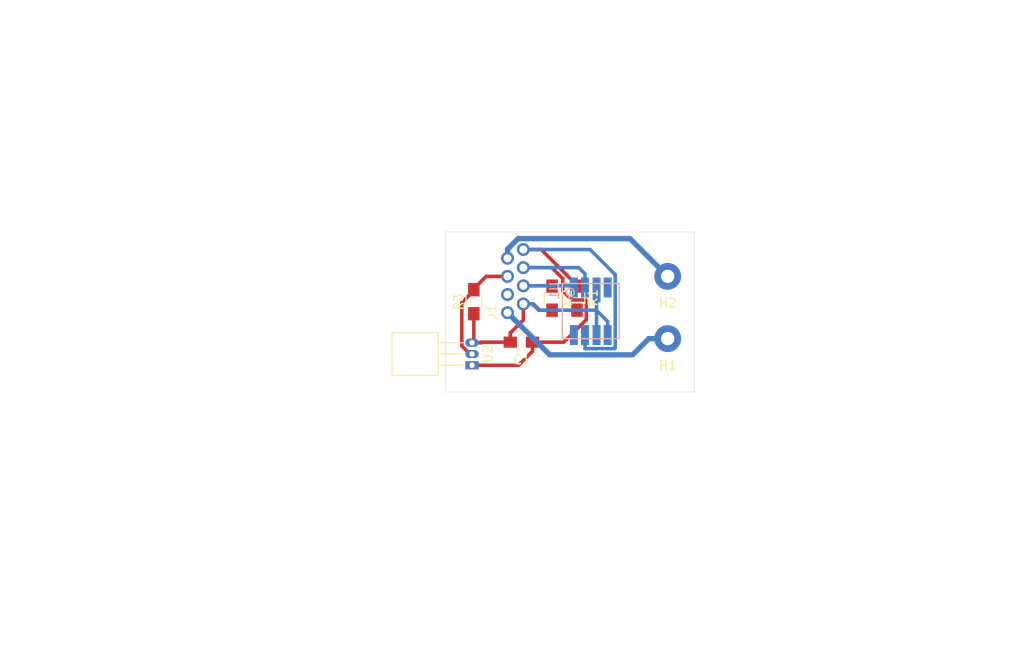
<source format=kicad_pcb>
(kicad_pcb (version 20171130) (host pcbnew "(5.1.2)-2")

  (general
    (thickness 1.6)
    (drawings 9)
    (tracks 71)
    (zones 0)
    (modules 9)
    (nets 8)
  )

  (page A4)
  (layers
    (0 F.Cu signal)
    (31 B.Cu signal)
    (32 B.Adhes user)
    (33 F.Adhes user)
    (34 B.Paste user)
    (35 F.Paste user)
    (36 B.SilkS user)
    (37 F.SilkS user)
    (38 B.Mask user)
    (39 F.Mask user)
    (40 Dwgs.User user)
    (41 Cmts.User user)
    (42 Eco1.User user)
    (43 Eco2.User user)
    (44 Edge.Cuts user)
    (45 Margin user)
    (46 B.CrtYd user)
    (47 F.CrtYd user)
    (48 B.Fab user hide)
    (49 F.Fab user hide)
  )

  (setup
    (last_trace_width 0.6)
    (user_trace_width 0.4)
    (user_trace_width 0.6)
    (trace_clearance 0.2)
    (zone_clearance 0.508)
    (zone_45_only no)
    (trace_min 0.2)
    (via_size 0.8)
    (via_drill 0.4)
    (via_min_size 0.4)
    (via_min_drill 0.3)
    (uvia_size 0.3)
    (uvia_drill 0.1)
    (uvias_allowed no)
    (uvia_min_size 0.2)
    (uvia_min_drill 0.1)
    (edge_width 0.05)
    (segment_width 0.2)
    (pcb_text_width 0.3)
    (pcb_text_size 1.5 1.5)
    (mod_edge_width 0.12)
    (mod_text_size 1 1)
    (mod_text_width 0.15)
    (pad_size 1.524 1.524)
    (pad_drill 0.762)
    (pad_to_mask_clearance 0.051)
    (solder_mask_min_width 0.25)
    (aux_axis_origin 0 0)
    (visible_elements 7FFFFFFF)
    (pcbplotparams
      (layerselection 0x010fc_ffffffff)
      (usegerberextensions false)
      (usegerberattributes false)
      (usegerberadvancedattributes false)
      (creategerberjobfile false)
      (excludeedgelayer true)
      (linewidth 0.100000)
      (plotframeref false)
      (viasonmask false)
      (mode 1)
      (useauxorigin false)
      (hpglpennumber 1)
      (hpglpenspeed 20)
      (hpglpendiameter 15.000000)
      (psnegative false)
      (psa4output false)
      (plotreference true)
      (plotvalue true)
      (plotinvisibletext false)
      (padsonsilk false)
      (subtractmaskfromsilk false)
      (outputformat 1)
      (mirror false)
      (drillshape 1)
      (scaleselection 1)
      (outputdirectory ""))
  )

  (net 0 "")
  (net 1 Green)
  (net 2 Orange)
  (net 3 A0)
  (net 4 A3)
  (net 5 Blue)
  (net 6 BlueHalf)
  (net 7 Brown)

  (net_class Default "This is the default net class."
    (clearance 0.2)
    (trace_width 0.25)
    (via_dia 0.8)
    (via_drill 0.4)
    (uvia_dia 0.3)
    (uvia_drill 0.1)
    (add_net A0)
    (add_net A3)
    (add_net Blue)
    (add_net BlueHalf)
    (add_net Brown)
    (add_net Green)
    (add_net Orange)
  )

  (module Project:MS5803 (layer B.Cu) (tedit 5D82E3A2) (tstamp 5D8C1521)
    (at 116.35 100 90)
    (path /5D58BA7C)
    (fp_text reference U1 (at 2.4 -4.1 270) (layer B.SilkS)
      (effects (font (size 1 1) (thickness 0.15)) (justify mirror))
    )
    (fp_text value MS5803-01BA (at 0 3.9 270) (layer B.Fab)
      (effects (font (size 1 1) (thickness 0.15)) (justify mirror))
    )
    (fp_line (start -3 -3.2) (end -3 3.2) (layer B.SilkS) (width 0.15))
    (fp_line (start -3 3.2) (end 3.2 3.2) (layer B.SilkS) (width 0.15))
    (fp_line (start 3.2 3.2) (end 3.2 -3.2) (layer B.SilkS) (width 0.15))
    (fp_line (start 3.2 -3.2) (end -3 -3.2) (layer B.SilkS) (width 0.15))
    (fp_circle (center 2.2 -2.3) (end 2.6 -2.5) (layer B.SilkS) (width 0.15))
    (pad 8 smd rect (at -2.6 -1.9 90) (size 2.25 0.9) (layers B.Cu B.Paste B.Mask)
      (solder_mask_margin 0.1))
    (pad 7 smd rect (at -2.6 -0.65 90) (size 2.25 0.9) (layers B.Cu B.Paste B.Mask)
      (net 7 Brown) (solder_mask_margin 0.1))
    (pad 6 smd rect (at -2.6 0.65 90) (size 2.25 0.9) (layers B.Cu B.Paste B.Mask)
      (net 2 Orange) (solder_mask_margin 0.1))
    (pad 5 smd rect (at -2.6 1.9 90) (size 2.25 0.9) (layers B.Cu B.Paste B.Mask)
      (net 2 Orange) (solder_mask_margin 0.1))
    (pad 1 smd rect (at 2.75 -1.9 90) (size 2.25 0.9) (layers B.Cu B.Paste B.Mask)
      (net 5 Blue) (solder_mask_margin 0.1))
    (pad 2 smd rect (at 2.75 -0.65 90) (size 2.25 0.9) (layers B.Cu B.Paste B.Mask)
      (net 1 Green) (solder_mask_margin 0.1))
    (pad 3 smd rect (at 2.475 0.65 90) (size 2.8 0.9) (layers B.Cu B.Paste B.Mask)
      (net 2 Orange) (solder_mask_margin 0.1))
    (pad 4 smd rect (at 2.75 1.9 90) (size 2.25 0.9) (layers B.Cu B.Paste B.Mask)
      (solder_mask_margin 0.1))
    (model ${KIPRJMOD}/Component/Project.pretty/MS5803.wrl
      (at (xyz 0 0 0))
      (scale (xyz 1 1 1))
      (rotate (xyz 0 0 0))
    )
  )

  (module Capacitors_SMD:C_0805_HandSoldering (layer F.Cu) (tedit 58AA84A8) (tstamp 5D8C14C5)
    (at 108.55 103.4)
    (descr "Capacitor SMD 0805, hand soldering")
    (tags "capacitor 0805")
    (path /5D55F20D)
    (attr smd)
    (fp_text reference C1 (at 0.05 2) (layer F.SilkS)
      (effects (font (size 1 1) (thickness 0.15)))
    )
    (fp_text value 100nF (at 0 1.75) (layer F.Fab)
      (effects (font (size 1 1) (thickness 0.15)))
    )
    (fp_line (start 2.25 0.87) (end -2.25 0.87) (layer F.CrtYd) (width 0.05))
    (fp_line (start 2.25 0.87) (end 2.25 -0.88) (layer F.CrtYd) (width 0.05))
    (fp_line (start -2.25 -0.88) (end -2.25 0.87) (layer F.CrtYd) (width 0.05))
    (fp_line (start -2.25 -0.88) (end 2.25 -0.88) (layer F.CrtYd) (width 0.05))
    (fp_line (start -0.5 0.85) (end 0.5 0.85) (layer F.SilkS) (width 0.12))
    (fp_line (start 0.5 -0.85) (end -0.5 -0.85) (layer F.SilkS) (width 0.12))
    (fp_line (start -1 -0.62) (end 1 -0.62) (layer F.Fab) (width 0.1))
    (fp_line (start 1 -0.62) (end 1 0.62) (layer F.Fab) (width 0.1))
    (fp_line (start 1 0.62) (end -1 0.62) (layer F.Fab) (width 0.1))
    (fp_line (start -1 0.62) (end -1 -0.62) (layer F.Fab) (width 0.1))
    (fp_text user %R (at 0 -1.75) (layer F.Fab)
      (effects (font (size 1 1) (thickness 0.15)))
    )
    (pad 2 smd rect (at 1.25 0) (size 1.5 1.25) (layers F.Cu F.Paste F.Mask)
      (net 1 Green))
    (pad 1 smd rect (at -1.25 0) (size 1.5 1.25) (layers F.Cu F.Paste F.Mask)
      (net 2 Orange))
    (model Capacitors_SMD.3dshapes/C_0805.wrl
      (at (xyz 0 0 0))
      (scale (xyz 1 1 1))
      (rotate (xyz 0 0 0))
    )
  )

  (module Measurement_Points:Measurement_Point_Round-TH_Big (layer F.Cu) (tedit 56C35F03) (tstamp 5D8C1C0C)
    (at 125 103 180)
    (descr "Mesurement Point, Round, Trough Hole,  DM 3mm, Drill 1.5mm,")
    (tags "Mesurement Point Round Trough Hole 3mm 1.5mm")
    (path /5D56FABA)
    (attr virtual)
    (fp_text reference H1 (at 0 -3) (layer F.SilkS)
      (effects (font (size 1 1) (thickness 0.15)))
    )
    (fp_text value MountingHole_Pad (at 0 3) (layer F.Fab)
      (effects (font (size 1 1) (thickness 0.15)))
    )
    (fp_circle (center 0 0) (end 1.75 0) (layer F.CrtYd) (width 0.05))
    (pad 1 thru_hole circle (at 0 0 180) (size 3 3) (drill 1.5) (layers *.Cu *.Mask)
      (net 3 A0))
  )

  (module Measurement_Points:Measurement_Point_Round-TH_Big (layer F.Cu) (tedit 56C35F03) (tstamp 5D8C1BE8)
    (at 125 96 180)
    (descr "Mesurement Point, Round, Trough Hole,  DM 3mm, Drill 1.5mm,")
    (tags "Mesurement Point Round Trough Hole 3mm 1.5mm")
    (path /5D57003C)
    (attr virtual)
    (fp_text reference H2 (at 0 -3) (layer F.SilkS)
      (effects (font (size 1 1) (thickness 0.15)))
    )
    (fp_text value MountingHole_Pad (at 0 3) (layer F.Fab)
      (effects (font (size 1 1) (thickness 0.15)))
    )
    (fp_circle (center 0 0) (end 1.75 0) (layer F.CrtYd) (width 0.05))
    (pad 1 thru_hole circle (at 0 0 180) (size 3 3) (drill 1.5) (layers *.Cu *.Mask)
      (net 4 A3))
  )

  (module Project:RJ_45 (layer F.Cu) (tedit 5D82B9D1) (tstamp 5D8C14DD)
    (at 107 100.09 270)
    (path /5D54DE2A)
    (fp_text reference J1 (at -0.09 1.8 90) (layer F.SilkS)
      (effects (font (size 1 1) (thickness 0.15)))
    )
    (fp_text value 8P8C_Shielded (at -4 -3.4 90) (layer F.Fab)
      (effects (font (size 1 1) (thickness 0.15)))
    )
    (pad 2 thru_hole circle (at -0.99 -1.768 270) (size 1.45 1.45) (drill 0.9) (layers *.Cu *.Mask)
      (net 2 Orange))
    (pad 4 thru_hole circle (at -3.03 -1.768 270) (size 1.45 1.45) (drill 0.9) (layers *.Cu *.Mask)
      (net 5 Blue))
    (pad 6 thru_hole circle (at -5.07 -1.768 270) (size 1.45 1.45) (drill 0.9) (layers *.Cu *.Mask)
      (net 1 Green))
    (pad 8 thru_hole circle (at -7.11 -1.768 270) (size 1.45 1.45) (drill 0.9) (layers *.Cu *.Mask)
      (net 7 Brown))
    (pad 1 thru_hole circle (at -0.01 0.01 270) (size 1.45 1.45) (drill 0.9) (layers *.Cu *.Mask)
      (net 3 A0))
    (pad 7 thru_hole circle (at -6.13 0.01 270) (size 1.45 1.45) (drill 0.9) (layers *.Cu *.Mask)
      (net 4 A3))
    (pad 3 thru_hole circle (at -2.05 0.01 270) (size 1.45 1.45) (drill 0.9) (layers *.Cu *.Mask))
    (pad 5 thru_hole circle (at -4.09 0.01 270) (size 1.45 1.45) (drill 0.9) (layers *.Cu *.Mask)
      (net 6 BlueHalf))
  )

  (module Resistors_SMD:R_0805_HandSoldering (layer F.Cu) (tedit 58E0A804) (tstamp 5D8C14EE)
    (at 114.8 98.45 90)
    (descr "Resistor SMD 0805, hand soldering")
    (tags "resistor 0805")
    (path /5D55F5AF)
    (attr smd)
    (fp_text reference R1 (at 0.05 1.8 90) (layer F.SilkS)
      (effects (font (size 1 1) (thickness 0.15)))
    )
    (fp_text value "10 kΩ" (at 0 1.75 90) (layer F.Fab)
      (effects (font (size 1 1) (thickness 0.15)))
    )
    (fp_line (start 2.35 0.9) (end -2.35 0.9) (layer F.CrtYd) (width 0.05))
    (fp_line (start 2.35 0.9) (end 2.35 -0.9) (layer F.CrtYd) (width 0.05))
    (fp_line (start -2.35 -0.9) (end -2.35 0.9) (layer F.CrtYd) (width 0.05))
    (fp_line (start -2.35 -0.9) (end 2.35 -0.9) (layer F.CrtYd) (width 0.05))
    (fp_line (start -0.6 -0.88) (end 0.6 -0.88) (layer F.SilkS) (width 0.12))
    (fp_line (start 0.6 0.88) (end -0.6 0.88) (layer F.SilkS) (width 0.12))
    (fp_line (start -1 -0.62) (end 1 -0.62) (layer F.Fab) (width 0.1))
    (fp_line (start 1 -0.62) (end 1 0.62) (layer F.Fab) (width 0.1))
    (fp_line (start 1 0.62) (end -1 0.62) (layer F.Fab) (width 0.1))
    (fp_line (start -1 0.62) (end -1 -0.62) (layer F.Fab) (width 0.1))
    (fp_text user %R (at 0 0 90) (layer F.Fab)
      (effects (font (size 0.5 0.5) (thickness 0.075)))
    )
    (pad 2 smd rect (at 1.35 0 90) (size 1.5 1.3) (layers F.Cu F.Paste F.Mask)
      (net 7 Brown))
    (pad 1 smd rect (at -1.35 0 90) (size 1.5 1.3) (layers F.Cu F.Paste F.Mask)
      (net 2 Orange))
    (model ${KISYS3DMOD}/Resistors_SMD.3dshapes/R_0805.wrl
      (at (xyz 0 0 0))
      (scale (xyz 1 1 1))
      (rotate (xyz 0 0 0))
    )
  )

  (module Resistors_SMD:R_0805_HandSoldering (layer F.Cu) (tedit 58E0A804) (tstamp 5D8C14FF)
    (at 112 98.45 270)
    (descr "Resistor SMD 0805, hand soldering")
    (tags "resistor 0805")
    (path /5D55FE88)
    (attr smd)
    (fp_text reference R2 (at 0 -1.7 90) (layer F.SilkS)
      (effects (font (size 1 1) (thickness 0.15)))
    )
    (fp_text value "10 kΩ" (at 0 1.75 90) (layer F.Fab)
      (effects (font (size 1 1) (thickness 0.15)))
    )
    (fp_text user %R (at 0 0 90) (layer F.Fab)
      (effects (font (size 0.5 0.5) (thickness 0.075)))
    )
    (fp_line (start -1 0.62) (end -1 -0.62) (layer F.Fab) (width 0.1))
    (fp_line (start 1 0.62) (end -1 0.62) (layer F.Fab) (width 0.1))
    (fp_line (start 1 -0.62) (end 1 0.62) (layer F.Fab) (width 0.1))
    (fp_line (start -1 -0.62) (end 1 -0.62) (layer F.Fab) (width 0.1))
    (fp_line (start 0.6 0.88) (end -0.6 0.88) (layer F.SilkS) (width 0.12))
    (fp_line (start -0.6 -0.88) (end 0.6 -0.88) (layer F.SilkS) (width 0.12))
    (fp_line (start -2.35 -0.9) (end 2.35 -0.9) (layer F.CrtYd) (width 0.05))
    (fp_line (start -2.35 -0.9) (end -2.35 0.9) (layer F.CrtYd) (width 0.05))
    (fp_line (start 2.35 0.9) (end 2.35 -0.9) (layer F.CrtYd) (width 0.05))
    (fp_line (start 2.35 0.9) (end -2.35 0.9) (layer F.CrtYd) (width 0.05))
    (pad 1 smd rect (at -1.35 0 270) (size 1.5 1.3) (layers F.Cu F.Paste F.Mask)
      (net 5 Blue))
    (pad 2 smd rect (at 1.35 0 270) (size 1.5 1.3) (layers F.Cu F.Paste F.Mask)
      (net 2 Orange))
    (model ${KISYS3DMOD}/Resistors_SMD.3dshapes/R_0805.wrl
      (at (xyz 0 0 0))
      (scale (xyz 1 1 1))
      (rotate (xyz 0 0 0))
    )
  )

  (module Resistors_SMD:R_0805_HandSoldering (layer F.Cu) (tedit 58E0A804) (tstamp 5D8C1510)
    (at 103.2 98.85 90)
    (descr "Resistor SMD 0805, hand soldering")
    (tags "resistor 0805")
    (path /5D56B6B6)
    (attr smd)
    (fp_text reference R3 (at 0 -1.7 90) (layer F.SilkS)
      (effects (font (size 1 1) (thickness 0.15)))
    )
    (fp_text value "4.7 kΩ" (at 0 1.75 90) (layer F.Fab)
      (effects (font (size 1 1) (thickness 0.15)))
    )
    (fp_line (start 2.35 0.9) (end -2.35 0.9) (layer F.CrtYd) (width 0.05))
    (fp_line (start 2.35 0.9) (end 2.35 -0.9) (layer F.CrtYd) (width 0.05))
    (fp_line (start -2.35 -0.9) (end -2.35 0.9) (layer F.CrtYd) (width 0.05))
    (fp_line (start -2.35 -0.9) (end 2.35 -0.9) (layer F.CrtYd) (width 0.05))
    (fp_line (start -0.6 -0.88) (end 0.6 -0.88) (layer F.SilkS) (width 0.12))
    (fp_line (start 0.6 0.88) (end -0.6 0.88) (layer F.SilkS) (width 0.12))
    (fp_line (start -1 -0.62) (end 1 -0.62) (layer F.Fab) (width 0.1))
    (fp_line (start 1 -0.62) (end 1 0.62) (layer F.Fab) (width 0.1))
    (fp_line (start 1 0.62) (end -1 0.62) (layer F.Fab) (width 0.1))
    (fp_line (start -1 0.62) (end -1 -0.62) (layer F.Fab) (width 0.1))
    (fp_text user %R (at 0 0 90) (layer F.Fab)
      (effects (font (size 0.5 0.5) (thickness 0.075)))
    )
    (pad 2 smd rect (at 1.35 0 90) (size 1.5 1.3) (layers F.Cu F.Paste F.Mask)
      (net 6 BlueHalf))
    (pad 1 smd rect (at -1.35 0 90) (size 1.5 1.3) (layers F.Cu F.Paste F.Mask)
      (net 2 Orange))
    (model ${KISYS3DMOD}/Resistors_SMD.3dshapes/R_0805.wrl
      (at (xyz 0 0 0))
      (scale (xyz 1 1 1))
      (rotate (xyz 0 0 0))
    )
  )

  (module TO_SOT_Packages_THT:TO-92_Horizontal2_Inline_Narrow_Oval (layer F.Cu) (tedit 58CE52AF) (tstamp 5D8C153B)
    (at 103 106 90)
    (descr "TO-92 horizontal, leads in-line, narrow, oval pads, drill 0.6mm (see NXP sot054_po.pdf)")
    (tags "to-92 sc-43 sc-43a sot54 PA33 transistor")
    (path /5D568B46)
    (fp_text reference U2 (at 1.27 1.78 90) (layer F.SilkS)
      (effects (font (size 1 1) (thickness 0.15)))
    )
    (fp_text value DS18B20 (at 1.27 -10.03 90) (layer F.Fab)
      (effects (font (size 1 1) (thickness 0.15)))
    )
    (fp_line (start 3.81 1) (end -1.27 1) (layer F.CrtYd) (width 0.05))
    (fp_line (start 3.81 1) (end 3.81 -9.14) (layer F.CrtYd) (width 0.05))
    (fp_line (start -1.27 -9.14) (end -1.27 1) (layer F.CrtYd) (width 0.05))
    (fp_line (start -1.27 -9.14) (end 3.81 -9.14) (layer F.CrtYd) (width 0.05))
    (fp_line (start -1.13 -9) (end -1.13 -3.81) (layer F.SilkS) (width 0.12))
    (fp_line (start 3.67 -9) (end -1.13 -9) (layer F.SilkS) (width 0.12))
    (fp_line (start 3.67 -3.81) (end 3.67 -9) (layer F.SilkS) (width 0.12))
    (fp_line (start -1.13 -3.81) (end 3.67 -3.81) (layer F.SilkS) (width 0.12))
    (fp_line (start 2.54 -1.02) (end 2.54 -3.81) (layer F.SilkS) (width 0.12))
    (fp_line (start 1.27 -1.02) (end 1.27 -3.81) (layer F.SilkS) (width 0.12))
    (fp_line (start 0 -1.02) (end 0 -3.81) (layer F.SilkS) (width 0.12))
    (fp_line (start 3.56 -8.89) (end -1.02 -8.89) (layer F.Fab) (width 0.1))
    (fp_line (start 3.56 -3.94) (end 3.56 -8.89) (layer F.Fab) (width 0.1))
    (fp_line (start -1.02 -3.94) (end 3.56 -3.94) (layer F.Fab) (width 0.1))
    (fp_line (start -1.02 -8.89) (end -1.02 -3.94) (layer F.Fab) (width 0.1))
    (fp_line (start 0 -3.94) (end 0 -1.02) (layer F.Fab) (width 0.1))
    (fp_line (start 1.27 -3.94) (end 1.27 -1.02) (layer F.Fab) (width 0.1))
    (fp_line (start 2.54 -3.94) (end 2.54 -1.02) (layer F.Fab) (width 0.1))
    (fp_text user %R (at 1.27 1.78 90) (layer F.Fab)
      (effects (font (size 1 1) (thickness 0.15)))
    )
    (pad 1 thru_hole rect (at 0 0 270) (size 0.9 1.5) (drill 0.6) (layers *.Cu *.Mask)
      (net 1 Green))
    (pad 3 thru_hole oval (at 2.54 0 270) (size 0.9 1.5) (drill 0.6) (layers *.Cu *.Mask)
      (net 2 Orange))
    (pad 2 thru_hole oval (at 1.27 0 270) (size 0.9 1.5) (drill 0.6) (layers *.Cu *.Mask)
      (net 6 BlueHalf))
    (model ${KISYS3DMOD}/TO_SOT_Packages_THT.3dshapes/TO-92_Horizontal2_Inline_Narrow_Oval.wrl
      (offset (xyz 1.269999980926514 0 0))
      (scale (xyz 1 1 1))
      (rotate (xyz 0 0 90))
    )
  )

  (gr_line (start 128 91) (end 128 109) (layer Edge.Cuts) (width 0.05))
  (gr_line (start 100 109) (end 128 109) (layer Edge.Cuts) (width 0.05))
  (gr_line (start 100 100) (end 100 109) (layer Edge.Cuts) (width 0.05))
  (gr_line (start 100 91) (end 128 91) (layer Edge.Cuts) (width 0.05))
  (gr_line (start 100 100) (end 100 91) (layer Edge.Cuts) (width 0.05))
  (gr_line (start 100 100) (end 50 100) (layer F.Mask) (width 0.15))
  (gr_line (start 100 100) (end 165 100) (layer F.Mask) (width 0.15))
  (gr_line (start 100 100) (end 100 140) (layer F.Mask) (width 0.15))
  (gr_line (start 100 100) (end 100 65) (layer F.Mask) (width 0.15))

  (segment (start 115.7 95.725) (end 115.7 97.25) (width 0.4) (layer B.Cu) (net 1))
  (segment (start 114.995 95.02) (end 115.7 95.725) (width 0.4) (layer B.Cu) (net 1))
  (segment (start 108.768 95.02) (end 114.995 95.02) (width 0.4) (layer B.Cu) (net 1))
  (segment (start 104.15 106) (end 103 106) (width 0.4) (layer F.Cu) (net 1))
  (segment (start 108.225 106) (end 104.15 106) (width 0.4) (layer F.Cu) (net 1))
  (segment (start 109.8 104.425) (end 108.225 106) (width 0.4) (layer F.Cu) (net 1))
  (segment (start 109.8 103.4) (end 109.8 104.425) (width 0.4) (layer F.Cu) (net 1))
  (segment (start 111.971458 95.02) (end 113.2 96.248542) (width 0.4) (layer F.Cu) (net 1))
  (segment (start 108.768 95.02) (end 111.971458 95.02) (width 0.4) (layer F.Cu) (net 1))
  (segment (start 110.95 103.4) (end 109.8 103.4) (width 0.4) (layer F.Cu) (net 1))
  (segment (start 113.320002 103.4) (end 110.95 103.4) (width 0.4) (layer F.Cu) (net 1))
  (segment (start 115.850001 100.870001) (end 113.320002 103.4) (width 0.4) (layer F.Cu) (net 1))
  (segment (start 115.850001 98.729999) (end 115.850001 100.870001) (width 0.4) (layer F.Cu) (net 1))
  (segment (start 115.770001 98.649999) (end 115.850001 98.729999) (width 0.4) (layer F.Cu) (net 1))
  (segment (start 114.229997 98.649999) (end 115.770001 98.649999) (width 0.4) (layer F.Cu) (net 1))
  (segment (start 113.2 97.620002) (end 114.229997 98.649999) (width 0.4) (layer F.Cu) (net 1))
  (segment (start 113.2 96.248542) (end 113.2 97.620002) (width 0.4) (layer F.Cu) (net 1))
  (segment (start 117 99.825) (end 117 99.8) (width 0.4) (layer B.Cu) (net 2))
  (segment (start 118.25 101.075) (end 117 99.825) (width 0.4) (layer B.Cu) (net 2))
  (segment (start 118.25 102.6) (end 118.25 101.075) (width 0.4) (layer B.Cu) (net 2))
  (segment (start 117 102.6) (end 117 99.8) (width 0.4) (layer B.Cu) (net 2))
  (segment (start 117 99.8) (end 117 97.525) (width 0.4) (layer B.Cu) (net 2))
  (segment (start 110.493304 99.8) (end 117 99.8) (width 0.4) (layer B.Cu) (net 2))
  (segment (start 109.793304 99.1) (end 110.493304 99.8) (width 0.4) (layer B.Cu) (net 2))
  (segment (start 108.768 99.1) (end 109.793304 99.1) (width 0.4) (layer B.Cu) (net 2))
  (segment (start 108.768 99.1) (end 108.768 100.125304) (width 0.4) (layer F.Cu) (net 2))
  (segment (start 104 103.4) (end 103.94 103.46) (width 0.4) (layer F.Cu) (net 2))
  (segment (start 107.3 103.4) (end 104 103.4) (width 0.4) (layer F.Cu) (net 2))
  (segment (start 104.15 103.46) (end 103.94 103.46) (width 0.4) (layer F.Cu) (net 2))
  (segment (start 103.94 103.46) (end 103 103.46) (width 0.4) (layer F.Cu) (net 2))
  (segment (start 108.768 100.907) (end 108.768 100.125304) (width 0.4) (layer F.Cu) (net 2))
  (segment (start 107.3 102.375) (end 108.768 100.907) (width 0.4) (layer F.Cu) (net 2))
  (segment (start 107.3 103.4) (end 107.3 102.375) (width 0.4) (layer F.Cu) (net 2))
  (segment (start 112 99.8) (end 110.6 99.8) (width 0.4) (layer F.Cu) (net 2))
  (segment (start 109.9 99.1) (end 108.768 99.1) (width 0.4) (layer F.Cu) (net 2))
  (segment (start 110.6 99.8) (end 109.9 99.1) (width 0.4) (layer F.Cu) (net 2))
  (segment (start 103.2 103.26) (end 103 103.46) (width 0.4) (layer F.Cu) (net 2))
  (segment (start 103.2 100.2) (end 103.2 103.26) (width 0.4) (layer F.Cu) (net 2))
  (segment (start 114.8 99.8) (end 112 99.8) (width 0.4) (layer F.Cu) (net 2))
  (segment (start 107.714999 100.804999) (end 106.99 100.08) (width 0.6) (layer B.Cu) (net 3))
  (segment (start 111.735009 104.825009) (end 107.714999 100.804999) (width 0.6) (layer B.Cu) (net 3))
  (segment (start 121.05367 104.82501) (end 111.735009 104.825009) (width 0.6) (layer B.Cu) (net 3))
  (segment (start 122.87868 103) (end 121.05367 104.82501) (width 0.6) (layer B.Cu) (net 3))
  (segment (start 125 103) (end 122.87868 103) (width 0.6) (layer B.Cu) (net 3))
  (segment (start 123.500001 94.500001) (end 125 96) (width 0.6) (layer B.Cu) (net 4))
  (segment (start 120.754999 91.754999) (end 123.500001 94.500001) (width 0.6) (layer B.Cu) (net 4))
  (segment (start 108.179999 91.754999) (end 120.754999 91.754999) (width 0.6) (layer B.Cu) (net 4))
  (segment (start 106.99 92.944998) (end 108.179999 91.754999) (width 0.6) (layer B.Cu) (net 4))
  (segment (start 106.99 93.96) (end 106.99 92.944998) (width 0.6) (layer B.Cu) (net 4))
  (segment (start 114.26 97.06) (end 114.45 97.25) (width 0.4) (layer B.Cu) (net 5))
  (segment (start 108.768 97.06) (end 114.26 97.06) (width 0.4) (layer B.Cu) (net 5))
  (segment (start 111.96 97.06) (end 112 97.1) (width 0.4) (layer F.Cu) (net 5))
  (segment (start 108.768 97.06) (end 111.96 97.06) (width 0.4) (layer F.Cu) (net 5))
  (segment (start 103.2 97.4) (end 103.2 97.5) (width 0.4) (layer F.Cu) (net 6))
  (segment (start 104.6 96) (end 103.2 97.4) (width 0.4) (layer F.Cu) (net 6))
  (segment (start 106.99 96) (end 104.6 96) (width 0.4) (layer F.Cu) (net 6))
  (segment (start 103.2 97.6) (end 103.2 97.5) (width 0.4) (layer F.Cu) (net 6))
  (segment (start 101.84999 98.95001) (end 103.2 97.6) (width 0.4) (layer F.Cu) (net 6))
  (segment (start 101.84999 103.812085) (end 101.84999 98.95001) (width 0.4) (layer F.Cu) (net 6))
  (segment (start 102.767905 104.73) (end 101.84999 103.812085) (width 0.4) (layer F.Cu) (net 6))
  (segment (start 103 104.73) (end 102.767905 104.73) (width 0.4) (layer F.Cu) (net 6))
  (segment (start 115.7 104.125) (end 115.7 102.6) (width 0.4) (layer B.Cu) (net 7))
  (segment (start 119.020001 104.125001) (end 115.7 104.125) (width 0.4) (layer B.Cu) (net 7))
  (segment (start 119.100001 104.045001) (end 119.020001 104.125001) (width 0.4) (layer B.Cu) (net 7))
  (segment (start 119.100001 95.804999) (end 119.100001 104.045001) (width 0.4) (layer B.Cu) (net 7))
  (segment (start 116.275002 92.98) (end 119.100001 95.804999) (width 0.4) (layer B.Cu) (net 7))
  (segment (start 108.768 92.98) (end 116.275002 92.98) (width 0.4) (layer B.Cu) (net 7))
  (segment (start 109.793304 92.98) (end 108.768 92.98) (width 0.4) (layer F.Cu) (net 7))
  (segment (start 110.78 92.98) (end 109.793304 92.98) (width 0.4) (layer F.Cu) (net 7))
  (segment (start 114.8 97) (end 110.78 92.98) (width 0.4) (layer F.Cu) (net 7))
  (segment (start 114.8 97.1) (end 114.8 97) (width 0.4) (layer F.Cu) (net 7))

)

</source>
